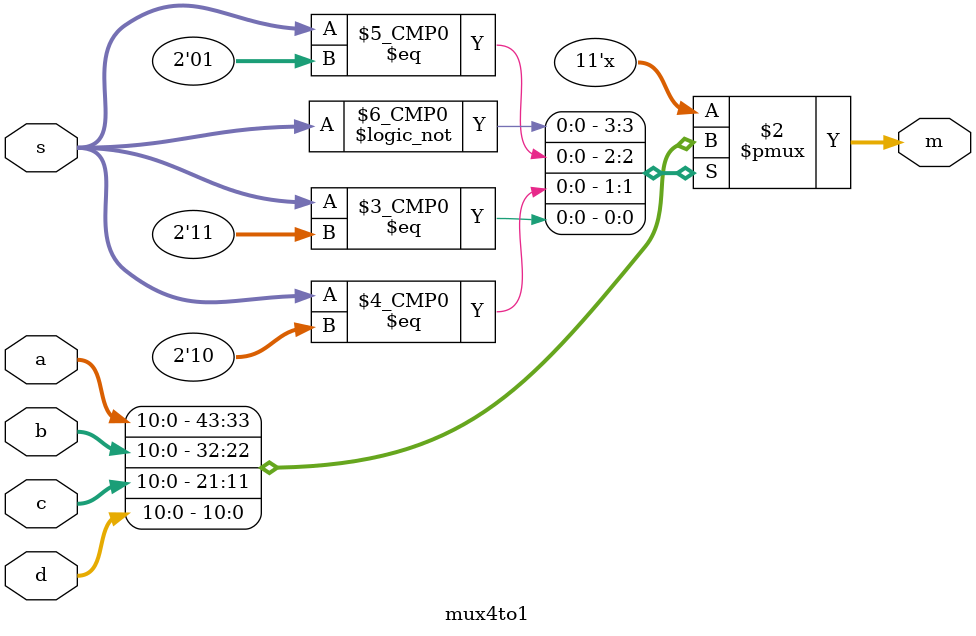
<source format=v>
module part2(ClockIn, Reset, Speed, CounterValue);
    input ClockIn, Reset;
    input [1:0] Speed;
    output [3:0] CounterValue;
    
    DisplayCounter dc0(
        .ClockIn(ClockIn),
        .Reset(Reset),
        .Speed(Speed),
        .CounterValue(CounterValue)
    );
endmodule

module DisplayCounter(ClockIn, Reset, Speed, CounterValue);
    input ClockIn, Reset;
    input [1:0] Speed;
    output reg [3:0] CounterValue;
    
    wire Enable;
    
    RateDivider r0(
        .ClockIn(ClockIn),
        .Reset(Reset),
        .Speed(Speed),
        .out(Enable)
    );
    
    always @(posedge ClockIn)
    begin
        if (Reset == 1'b1)
            CounterValue <= 4'b0000;
        else if (Enable == 1'b1)
            CounterValue <= CounterValue + 1;
    end
    
endmodule

module RateDivider(ClockIn, Reset, Speed, out);
    input ClockIn, Reset;
    input [1:0] Speed;
    output out;
    
    reg [10:0] q = 11'b00000000000;
    wire [10:0] d;
    
    mux4to1 m0(
        .a(11'b00000000000),
        .b(11'b00111110011),
        .c(11'b01111100111),
        .d(11'b11111001111),
        .s(Speed),
        .m(d)
    );
    
    assign out = (q == 11'b00000000000) ? 1'b1 : 1'b0;
    
    always @(posedge ClockIn)
    begin
        if (Reset == 1'b1)
            q <= d;
        else if (q == 11'b00000000000)
            q <= d;
        else
            q <= q - 1;
    end

endmodule

module mux4to1(a, b, c, d, s, m);
    input [10:0] a, b, c, d;
    input [1:0] s;
    output reg [10:0] m;
    
    always @(*)
    begin
        case(s)
            2'b00: m = a;
            2'b01: m = b;
            2'b10: m = c;
            2'b11: m = d;
            default: m = 11'b00000000000;
        endcase
    end
    
endmodule
</source>
